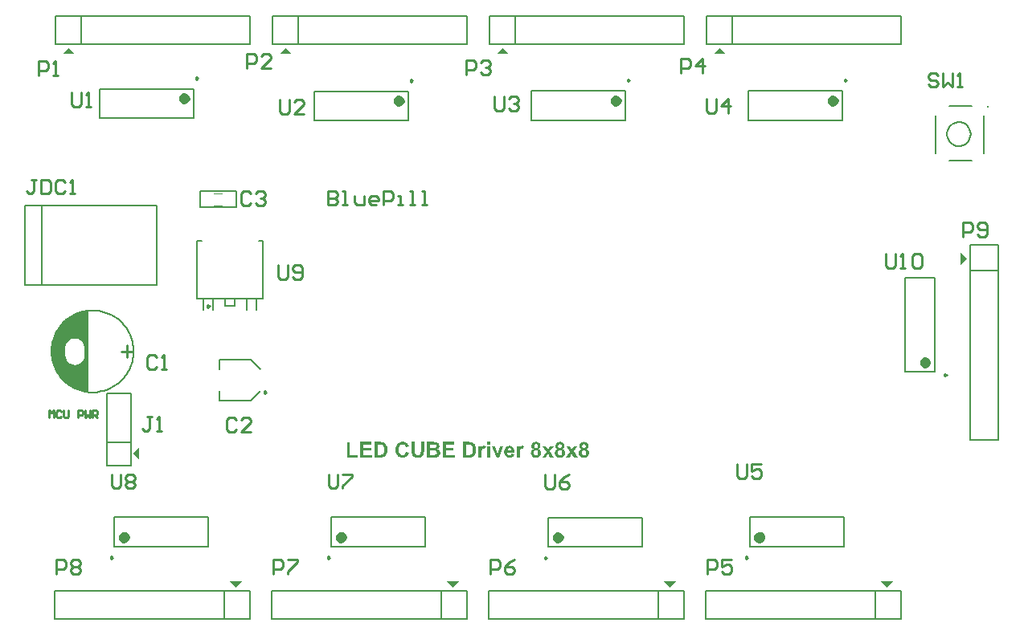
<source format=gto>
%FSTAX23Y23*%
%MOIN*%
%SFA1B1*%

%IPPOS*%
%ADD10C,0.023620*%
%ADD11C,0.009840*%
%ADD12C,0.010000*%
%ADD13C,0.007000*%
%ADD14C,0.006000*%
%ADD15C,0.007870*%
%ADD16C,0.004000*%
%ADD17C,0.005000*%
%LNled_v2-1*%
%LPD*%
G36*
X02405Y01625D02*
X0243Y0165D01*
X0238*
X02405Y01625*
G37*
G36*
X01976Y02181D02*
X02001Y02156D01*
Y02206*
X01976Y02181*
G37*
G36*
X01785Y0258D02*
X0175Y02545D01*
X01722*
X0172Y02545*
X01717Y02545*
X01714Y02547*
X01711Y02548*
X0171Y0255*
X01703Y02556*
X01702Y02557*
X01701Y02559*
X017Y02561*
X017Y02563*
X017Y02565*
X01695Y0257*
X01693Y02571*
X01692Y02574*
X0169Y02577*
X0169Y0258*
X0169Y02582*
Y02632*
X0169Y02634*
X0169Y02637*
X01692Y0264*
X01693Y02643*
X01695Y02645*
X01706Y02656*
X01707Y02657*
X01709Y02658*
X01711Y02659*
X01713Y02659*
X01715Y0266*
X01716Y02661*
X01719Y02662*
X01722Y02664*
X01725Y02664*
X01727Y02665*
X0174*
X01744Y02664*
X0175Y02663*
X01756Y0266*
X01762Y02657*
X01765Y02655*
X01776Y02643*
X01777Y02642*
X01778Y0264*
X01779Y02638*
X01779Y02636*
X0178Y02635*
X01785*
Y02775*
X0173Y02755*
X0169Y02725*
X0166Y02685*
X0164Y02625*
Y02585*
X01655Y02535*
X01685Y0249*
X0172Y0246*
X01765Y0244*
X01785Y02435*
Y0258*
G37*
G36*
X0171Y03865D02*
X01685Y0384D01*
X01735*
X0171Y03865*
G37*
G36*
X0261D02*
X02585Y0384D01*
X02635*
X0261Y03865*
G37*
G36*
X03305Y01625D02*
X0333Y0165D01*
X0328*
X03305Y01625*
G37*
G36*
X04205D02*
X0423Y0165D01*
X0418*
X04205Y01625*
G37*
G36*
X05105D02*
X0513Y0165D01*
X0508*
X05105Y01625*
G37*
G36*
X0351Y03865D02*
X03485Y0384D01*
X03535*
X0351Y03865*
G37*
G36*
X0441D02*
X04385Y0384D01*
X04435*
X0441Y03865*
G37*
G36*
X05435Y0299D02*
X0541Y03015D01*
Y02965*
X05435Y0299*
G37*
G36*
X03458Y02217D02*
X03446D01*
Y02229*
X03458*
Y02217*
G37*
G36*
X03098Y0223D02*
X03099Y0223D01*
X031Y02229*
X03101Y02229*
X03102Y02229*
X03104Y02228*
X03105Y02228*
X03107Y02227*
X03109Y02227*
X0311Y02226*
X03112Y02225*
X03113Y02224*
X03115Y02223*
X03115*
X03115Y02222*
X03115Y02222*
X03116Y02221*
X03117Y0222*
X03118Y02218*
X03119Y02216*
X03121Y02214*
X03121Y02211*
X03109Y02208*
Y02208*
X03109Y02208*
X03108Y02209*
X03108Y0221*
X03108Y02211*
X03107Y02212*
X03106Y02213*
X03105Y02215*
X03104Y02216*
X03104Y02216*
X03103Y02216*
X03102Y02217*
X03101Y02217*
X031Y02218*
X03099Y02218*
X03097Y02219*
X03095Y02219*
X03094*
X03094Y02219*
X03093Y02218*
X03093Y02218*
X03091Y02218*
X03089Y02217*
X03087Y02217*
X03086Y02216*
X03085Y02215*
X03084Y02214*
X03084Y02213*
Y02213*
X03083Y02213*
X03083Y02213*
X03083Y02213*
X03083Y02212*
X03082Y02211*
X03082Y0221*
X03081Y02209*
X03081Y02208*
X0308Y02207*
X0308Y02206*
X0308Y02204*
X0308Y02203*
X03079Y02201*
X03079Y02199*
X03079Y02197*
Y02197*
Y02196*
Y02196*
X03079Y02195*
Y02194*
X03079Y02193*
X0308Y02192*
X0308Y0219*
X0308Y02187*
X03081Y02184*
X03081Y02183*
X03082Y02182*
X03083Y02181*
X03083Y0218*
X03084Y02179*
X03084Y02179*
X03084Y02179*
X03085Y02178*
X03086Y02177*
X03088Y02176*
X0309Y02175*
X03092Y02175*
X03093Y02175*
X03095Y02174*
X03095*
X03096Y02175*
X03097Y02175*
X03098Y02175*
X03099Y02175*
X03101Y02176*
X03102Y02177*
X03104Y02178*
X03104Y02178*
X03104Y02178*
X03105Y02179*
X03106Y0218*
X03107Y02182*
X03107Y02184*
X03108Y02186*
X03109Y02188*
X03122Y02184*
Y02184*
X03121Y02184*
X03121Y02183*
X03121Y02182*
X03121Y02182*
X0312Y02181*
X0312Y02179*
X03119Y02178*
X03118Y02176*
X03116Y02173*
X03114Y02171*
X03113Y02169*
X03112Y02169*
X03112Y02168*
X03112Y02168*
X03111Y02168*
X03111Y02168*
X0311Y02167*
X03109Y02167*
X03108Y02166*
X03107Y02166*
X03106Y02165*
X03105Y02165*
X03103Y02165*
X03102Y02164*
X031Y02164*
X03099Y02164*
X03097Y02164*
X03095Y02163*
X03094*
X03094Y02164*
X03093*
X03092Y02164*
X0309Y02164*
X03089Y02164*
X03088Y02165*
X03086Y02165*
X03084Y02166*
X03082Y02166*
X03081Y02167*
X03079Y02168*
X03077Y02169*
X03076Y02171*
X03074Y02172*
X03074Y02172*
X03074Y02173*
X03073Y02173*
X03073Y02174*
X03072Y02175*
X03071Y02176*
X03071Y02177*
X0307Y02178*
X03069Y0218*
X03068Y02182*
X03068Y02184*
X03067Y02186*
X03067Y02188*
X03066Y02191*
X03066Y02193*
X03066Y02196*
Y02196*
Y02197*
X03066Y02197*
Y02199*
X03066Y022*
X03066Y02201*
X03066Y02203*
X03067Y02205*
X03067Y02207*
X03068Y02209*
X03068Y02211*
X03069Y02213*
X0307Y02215*
X03071Y02217*
X03072Y02219*
X03074Y02221*
X03074Y02221*
X03074Y02221*
X03075Y02222*
X03075Y02222*
X03076Y02223*
X03077Y02224*
X03078Y02224*
X0308Y02225*
X03081Y02226*
X03083Y02227*
X03085Y02228*
X03087Y02228*
X03089Y02229*
X03091Y02229*
X03093Y0223*
X03096Y0223*
X03097*
X03098Y0223*
G37*
G36*
X03593Y02212D02*
X03594Y02212D01*
X03596Y02211*
X03597Y02211*
X03598Y0221*
X036Y0221*
X03596Y02199*
X03596Y02199*
X03596Y02199*
X03595Y022*
X03594Y022*
X03593Y022*
X03592Y02201*
X03591Y02201*
X0359Y02201*
X0359*
X03589Y02201*
X03589Y02201*
X03588Y02201*
X03587Y022*
X03587Y022*
X03586Y02199*
X03586Y02199*
X03586Y02199*
X03585Y02199*
X03585Y02198*
X03584Y02198*
X03584Y02197*
X03583Y02196*
X03583Y02194*
Y02194*
X03583Y02194*
X03583Y02193*
Y02193*
X03583Y02193*
X03583Y02192*
X03583Y02191*
X03582Y0219*
X03582Y02189*
X03582Y02188*
Y02186*
X03582Y02185*
X03582Y02183*
Y02181*
Y02179*
Y02165*
X0357*
Y02211*
X03581*
Y02204*
X03581Y02205*
X03582Y02205*
X03582Y02206*
X03583Y02207*
X03584Y02208*
X03585Y02209*
X03586Y0221*
X03586Y0221*
X03587Y02211*
X03587Y02211*
X03587Y02211*
X03588Y02211*
X03589Y02211*
X0359Y02212*
X03591Y02212*
X03592Y02212*
X03592*
X03593Y02212*
G37*
G36*
X03434D02*
X03435Y02212D01*
X03436Y02211*
X03438Y02211*
X03439Y0221*
X03441Y0221*
X03437Y02199*
X03437Y02199*
X03436Y02199*
X03436Y022*
X03435Y022*
X03434Y022*
X03433Y02201*
X03432Y02201*
X03431Y02201*
X03431*
X0343Y02201*
X0343Y02201*
X03429Y02201*
X03428Y022*
X03427Y022*
X03427Y02199*
X03426Y02199*
X03426Y02199*
X03426Y02199*
X03426Y02198*
X03425Y02198*
X03425Y02197*
X03424Y02196*
X03424Y02194*
Y02194*
X03424Y02194*
X03424Y02193*
Y02193*
X03423Y02193*
X03423Y02192*
X03423Y02191*
X03423Y0219*
X03423Y02189*
X03423Y02188*
Y02186*
X03423Y02185*
X03423Y02183*
Y02181*
Y02179*
Y02165*
X0341*
Y02211*
X03422*
Y02204*
X03422Y02205*
X03422Y02205*
X03423Y02206*
X03424Y02207*
X03424Y02208*
X03425Y02209*
X03426Y0221*
X03427Y0221*
X03427Y02211*
X03428Y02211*
X03428Y02211*
X03429Y02211*
X0343Y02211*
X0343Y02212*
X03431Y02212*
X03432Y02212*
X03433*
X03434Y02212*
G37*
G36*
X03805Y02189D02*
X03822Y02165D01*
X03807*
X03797Y02179*
X03788Y02165*
X03773*
X0379Y02188*
X03774Y02211*
X03789*
X03797Y02198*
X03806Y02211*
X0382*
X03805Y02189*
G37*
G36*
X03705D02*
X03722Y02165D01*
X03707*
X03698Y02179*
X03688Y02165*
X03674*
X03691Y02188*
X03675Y02211*
X0369*
X03698Y02198*
X03707Y02211*
X03721*
X03705Y02189*
G37*
G36*
X03495Y02165D02*
X03484D01*
X03465Y02211*
X03478*
X03487Y02187*
X03489Y02179*
Y02179*
X03489Y0218*
X03489Y0218*
X0349Y02181*
X0349Y02182*
X0349Y02183*
X0349Y02183*
Y02183*
X0349Y02184*
X03491Y02184*
X03491Y02185*
X03491Y02186*
X03492Y02187*
X035Y02211*
X03513*
X03495Y02165*
G37*
G36*
X03184Y02195D02*
Y02195D01*
Y02194*
Y02194*
Y02193*
Y02192*
X03184Y02191*
Y0219*
Y02189*
X03183Y02186*
X03183Y02183*
X03183Y02182*
X03183Y02181*
X03183Y0218*
X03183Y02179*
Y02178*
Y02178*
X03182Y02178*
X03182Y02177*
X03182Y02176*
X03181Y02174*
X03181Y02173*
X0318Y02172*
X03179Y0217*
X03179Y0217*
X03178Y0217*
X03178Y02169*
X03177Y02169*
X03176Y02168*
X03174Y02167*
X03173Y02166*
X03171Y02165*
X03171*
X03171Y02165*
X03171Y02165*
X0317Y02165*
X0317Y02165*
X03169Y02165*
X03168Y02164*
X03166Y02164*
X03164Y02164*
X03162Y02163*
X03159Y02163*
X03157*
X03157Y02163*
X03156*
X03154Y02164*
X03151Y02164*
X03149Y02164*
X03147Y02165*
X03146Y02165*
X03145Y02165*
X03145*
X03145Y02165*
X03144Y02166*
X03143Y02166*
X03142Y02167*
X03141Y02168*
X0314Y02169*
X03139Y0217*
X03137Y02171*
X03137Y02171*
X03137Y02172*
X03137Y02172*
X03136Y02173*
X03135Y02174*
X03135Y02175*
X03134Y02177*
X03134Y02178*
Y02178*
Y02178*
X03134Y02179*
X03134Y02179*
X03134Y0218*
X03133Y0218*
X03133Y02181*
X03133Y02182*
X03133Y02183*
X03133Y02184*
X03133Y02186*
X03133Y02187*
X03133Y02189*
Y02191*
X03133Y02192*
Y02194*
Y02229*
X03146*
Y02194*
Y02194*
Y02193*
Y02193*
Y02192*
Y02192*
Y02191*
X03146Y02189*
Y02188*
X03146Y02186*
X03146Y02184*
Y02184*
X03146Y02183*
Y02183*
X03146Y02182*
X03147Y02182*
X03147Y02181*
X03147Y0218*
X03148Y02179*
X03149Y02178*
X0315Y02177*
X0315Y02177*
X03151Y02176*
X03151Y02176*
X03152Y02176*
X03153Y02175*
X03155Y02175*
X03157Y02174*
X03158Y02174*
X03159*
X0316Y02174*
X03162Y02175*
X03163Y02175*
X03164Y02175*
X03166Y02176*
X03167Y02177*
X03167Y02177*
X03167Y02177*
X03168Y02177*
X03168Y02178*
X03169Y02179*
X03169Y0218*
X0317Y02181*
X0317Y02182*
Y02182*
X0317Y02183*
X0317Y02184*
X0317Y02185*
X0317Y02186*
X03171Y02188*
Y02189*
X03171Y0219*
Y02192*
Y02193*
Y02229*
X03184*
Y02195*
G37*
G36*
X03458Y02165D02*
X03446D01*
Y02211*
X03458*
Y02165*
G37*
G36*
X03373Y02229D02*
X03375Y02228D01*
X03377Y02228*
X03379Y02228*
X03381Y02228*
X03382Y02227*
X03382*
X03383Y02227*
X03383Y02227*
X03383Y02227*
X03384Y02227*
X03386Y02226*
X03387Y02225*
X03389Y02224*
X0339Y02223*
X03392Y02221*
X03392*
X03392Y02221*
X03393Y02221*
X03393Y0222*
X03394Y02219*
X03395Y02217*
X03396Y02215*
X03397Y02213*
X03398Y02211*
Y02211*
X03398Y02211*
X03398Y0221*
X03398Y0221*
X03398Y02209*
X03399Y02209*
X03399Y02208*
X03399Y02207*
X03399Y02206*
X03399Y02205*
X034Y02202*
X034Y02199*
X034Y02196*
Y02196*
Y02196*
Y02195*
Y02195*
X034Y02194*
Y02193*
X034Y02191*
X034Y02189*
X03399Y02187*
X03399Y02185*
X03398Y02182*
Y02182*
X03398Y02182*
X03398Y02182*
X03398Y02181*
X03397Y02181*
X03397Y0218*
X03396Y02178*
X03395Y02176*
X03394Y02175*
X03393Y02173*
X03391Y02171*
X03391Y02171*
X03391Y0217*
X0339Y0217*
X03389Y02169*
X03388Y02168*
X03386Y02167*
X03384Y02167*
X03382Y02166*
X03382Y02166*
X03381Y02166*
X03381Y02165*
X03379Y02165*
X03378Y02165*
X03376Y02165*
X03373Y02165*
X03371Y02165*
X03347*
Y02229*
X03372*
X03373Y02229*
G37*
G36*
X03309Y02218D02*
X03275D01*
Y02204*
X03307*
Y02193*
X03275*
Y02175*
X03311*
Y02165*
X03262*
Y02229*
X03309*
Y02218*
G37*
G36*
X03227Y02229D02*
X03229Y02228D01*
X03231Y02228*
X03233Y02228*
X03234Y02228*
X03234*
X03235Y02228*
X03236Y02228*
X03236Y02227*
X03238Y02227*
X03239Y02227*
X0324Y02226*
X03241Y02225*
X03241Y02225*
X03241Y02225*
X03242Y02225*
X03243Y02224*
X03243Y02223*
X03244Y02222*
X03245Y02221*
X03246Y0222*
X03246Y0222*
X03246Y02219*
X03247Y02219*
X03247Y02218*
X03247Y02217*
X03248Y02215*
X03248Y02214*
X03248Y02212*
Y02212*
Y02212*
X03248Y02211*
X03248Y0221*
X03247Y02208*
X03247Y02207*
X03246Y02206*
X03245Y02204*
X03245Y02204*
X03245Y02204*
X03244Y02203*
X03244Y02202*
X03243Y02201*
X03242Y022*
X0324Y02199*
X03239Y02199*
X03239*
X03239Y02198*
X03239Y02198*
X0324Y02198*
X03241Y02198*
X03242Y02197*
X03244Y02196*
X03245Y02195*
X03247Y02194*
X03248Y02193*
X03248Y02193*
X03248Y02192*
X03249Y02191*
X03249Y0219*
X0325Y02189*
X03251Y02187*
X03251Y02185*
X03251Y02183*
Y02183*
Y02182*
X03251Y02181*
X03251Y0218*
X03251Y02179*
X0325Y02178*
X0325Y02176*
X03249Y02175*
X03249Y02174*
X03249Y02174*
X03248Y02173*
X03247Y02172*
X03247Y02171*
X03246Y0217*
X03245Y02169*
X03243Y02168*
X03243Y02168*
X03243Y02168*
X03242Y02167*
X03241Y02167*
X0324Y02166*
X03238Y02166*
X03237Y02165*
X03235Y02165*
X03234*
X03234Y02165*
X03233*
X03232Y02165*
X03231*
X03229Y02165*
X03227*
X03225Y02165*
X03197*
Y02229*
X03226*
X03227Y02229*
G37*
G36*
X03005D02*
X03007Y02228D01*
X03009Y02228*
X03011Y02228*
X03013Y02228*
X03014Y02227*
X03014*
X03015Y02227*
X03015Y02227*
X03015Y02227*
X03016Y02227*
X03018Y02226*
X03019Y02225*
X03021Y02224*
X03022Y02223*
X03024Y02221*
X03024*
X03024Y02221*
X03025Y02221*
X03025Y0222*
X03026Y02219*
X03027Y02217*
X03028Y02215*
X03029Y02213*
X0303Y02211*
Y02211*
X0303Y02211*
X0303Y0221*
X0303Y0221*
X03031Y02209*
X03031Y02209*
X03031Y02208*
X03031Y02207*
X03031Y02206*
X03031Y02205*
X03032Y02202*
X03032Y02199*
X03032Y02196*
Y02196*
Y02196*
Y02195*
Y02195*
X03032Y02194*
Y02193*
X03032Y02191*
X03032Y02189*
X03031Y02187*
X03031Y02185*
X0303Y02182*
Y02182*
X0303Y02182*
X0303Y02182*
X0303Y02181*
X03029Y02181*
X03029Y0218*
X03028Y02178*
X03027Y02176*
X03026Y02175*
X03025Y02173*
X03023Y02171*
X03023Y02171*
X03023Y0217*
X03022Y0217*
X03021Y02169*
X0302Y02168*
X03018Y02167*
X03016Y02167*
X03014Y02166*
X03014Y02166*
X03013Y02166*
X03013Y02165*
X03011Y02165*
X0301Y02165*
X03008Y02165*
X03005Y02165*
X03003Y02165*
X02979*
Y02229*
X03004*
X03005Y02229*
G37*
G36*
X02966Y02218D02*
X02932D01*
Y02204*
X02964*
Y02193*
X02932*
Y02175*
X02968*
Y02165*
X02919*
Y02229*
X02966*
Y02218*
G37*
G36*
X02877Y02175D02*
X0291D01*
Y02165*
X02865*
Y02228*
X02877*
Y02175*
G37*
G36*
X03849Y02229D02*
X03849D01*
X0385Y02229*
X03851Y02228*
X03852Y02228*
X03855Y02228*
X03857Y02227*
X03859Y02226*
X0386Y02225*
X03861Y02224*
X03861Y02224*
X03862Y02224*
X03862Y02224*
X03862Y02223*
X03863Y02222*
X03864Y02221*
X03865Y02219*
X03866Y02217*
X03866Y02215*
X03866Y02214*
X03866Y02212*
Y02212*
Y02211*
X03866Y02211*
X03866Y0221*
X03866Y02208*
X03865Y02207*
X03865Y02206*
X03864Y02204*
X03864Y02204*
X03864Y02204*
X03863Y02203*
X03862Y02202*
X03861Y02201*
X0386Y02201*
X03859Y022*
X03858Y02199*
X03858*
X03858Y02199*
X03858Y02199*
X03858Y02199*
X03859Y02198*
X03861Y02197*
X03862Y02197*
X03863Y02196*
X03865Y02194*
X03866Y02193*
X03866Y02193*
X03866Y02192*
X03867Y02191*
X03867Y0219*
X03868Y02189*
X03868Y02187*
X03868Y02185*
X03869Y02183*
Y02183*
Y02183*
Y02182*
X03868Y02182*
X03868Y02181*
X03868Y0218*
X03868Y02179*
X03868Y02178*
X03867Y02176*
X03867Y02175*
X03866Y02173*
X03865Y02172*
X03865Y02171*
X03864Y0217*
X03863Y02169*
X03863Y02169*
X03862Y02169*
X03862Y02168*
X03862Y02168*
X03861Y02168*
X03861Y02167*
X0386Y02167*
X03859Y02166*
X03858Y02166*
X03857Y02165*
X03855Y02165*
X03854Y02164*
X03853Y02164*
X03851Y02164*
X03849Y02163*
X03848Y02163*
X03847*
X03846Y02163*
X03845*
X03845Y02164*
X03844Y02164*
X03843Y02164*
X0384Y02165*
X03838Y02165*
X03835Y02166*
X03834Y02167*
X03833Y02168*
X03833Y02168*
X03833Y02168*
X03833Y02169*
X03832Y02169*
X03832Y02169*
X03831Y0217*
X0383Y02171*
X0383Y02172*
X03829Y02173*
X03828Y02174*
X03828Y02175*
X03827Y02176*
X03827Y02178*
X03827Y02179*
X03826Y02181*
X03826Y02183*
Y02183*
Y02183*
Y02183*
Y02184*
X03826Y02185*
X03827Y02186*
X03827Y02187*
X03827Y02189*
X03828Y02191*
X03829Y02192*
Y02192*
X03829Y02193*
X03829Y02193*
X0383Y02194*
X03831Y02195*
X03832Y02196*
X03833Y02197*
X03835Y02198*
X03837Y02199*
X03837*
X03837Y02199*
X03836Y02199*
X03835Y022*
X03834Y02201*
X03833Y02201*
X03832Y02202*
X03831Y02203*
X0383Y02205*
X0383Y02205*
X0383Y02205*
X03829Y02206*
X03829Y02207*
X03829Y02208*
X03828Y02209*
X03828Y02211*
X03828Y02212*
Y02212*
Y02213*
Y02213*
X03828Y02213*
X03828Y02214*
X03828Y02215*
X03829Y02216*
X03829Y02218*
X0383Y0222*
X03831Y02221*
X03831Y02222*
X03832Y02223*
X03833Y02224*
X03833Y02224*
X03833Y02224*
X03833Y02225*
X03834Y02225*
X03834Y02225*
X03835Y02226*
X03836Y02226*
X03837Y02226*
X03838Y02227*
X03839Y02227*
X0384Y02228*
X03841Y02228*
X03842Y02228*
X03844Y02229*
X03846Y02229*
X03847Y02229*
X03848*
X03849Y02229*
G37*
G36*
X03749D02*
X0375D01*
X03751Y02229*
X03752Y02228*
X03753Y02228*
X03755Y02228*
X03757Y02227*
X0376Y02226*
X03761Y02225*
X03762Y02224*
X03762Y02224*
X03762Y02224*
X03762Y02224*
X03763Y02223*
X03763Y02222*
X03764Y02221*
X03765Y02219*
X03766Y02217*
X03767Y02215*
X03767Y02214*
X03767Y02212*
Y02212*
Y02211*
X03767Y02211*
X03767Y0221*
X03766Y02208*
X03766Y02207*
X03765Y02206*
X03765Y02204*
X03764Y02204*
X03764Y02204*
X03764Y02203*
X03763Y02202*
X03762Y02201*
X03761Y02201*
X03759Y022*
X03758Y02199*
X03758*
X03758Y02199*
X03759Y02199*
X03759Y02199*
X0376Y02198*
X03761Y02197*
X03762Y02197*
X03764Y02196*
X03765Y02194*
X03766Y02193*
X03766Y02193*
X03767Y02192*
X03767Y02191*
X03768Y0219*
X03768Y02189*
X03769Y02187*
X03769Y02185*
X03769Y02183*
Y02183*
Y02183*
Y02182*
X03769Y02182*
X03769Y02181*
X03769Y0218*
X03768Y02179*
X03768Y02178*
X03768Y02176*
X03767Y02175*
X03767Y02173*
X03766Y02172*
X03765Y02171*
X03764Y0217*
X03763Y02169*
X03763Y02169*
X03763Y02169*
X03763Y02168*
X03762Y02168*
X03762Y02168*
X03761Y02167*
X0376Y02167*
X03759Y02166*
X03758Y02166*
X03757Y02165*
X03756Y02165*
X03755Y02164*
X03753Y02164*
X03751Y02164*
X0375Y02163*
X03748Y02163*
X03747*
X03747Y02163*
X03746*
X03745Y02164*
X03744Y02164*
X03743Y02164*
X03741Y02165*
X03738Y02165*
X03736Y02166*
X03735Y02167*
X03734Y02168*
X03734Y02168*
X03733Y02168*
X03733Y02169*
X03733Y02169*
X03732Y02169*
X03731Y0217*
X03731Y02171*
X0373Y02172*
X0373Y02173*
X03729Y02174*
X03728Y02175*
X03728Y02176*
X03727Y02178*
X03727Y02179*
X03727Y02181*
X03727Y02183*
Y02183*
Y02183*
Y02183*
Y02184*
X03727Y02185*
X03727Y02186*
X03727Y02187*
X03728Y02189*
X03728Y02191*
X03729Y02192*
Y02192*
X03729Y02193*
X0373Y02193*
X0373Y02194*
X03731Y02195*
X03732Y02196*
X03734Y02197*
X03735Y02198*
X03737Y02199*
X03737*
X03737Y02199*
X03737Y02199*
X03736Y022*
X03735Y02201*
X03734Y02201*
X03733Y02202*
X03731Y02203*
X03731Y02205*
X03731Y02205*
X0373Y02205*
X0373Y02206*
X0373Y02207*
X03729Y02208*
X03729Y02209*
X03729Y02211*
X03728Y02212*
Y02212*
Y02213*
Y02213*
X03729Y02213*
X03729Y02214*
X03729Y02215*
X03729Y02216*
X0373Y02218*
X03731Y0222*
X03731Y02221*
X03732Y02222*
X03733Y02223*
X03733Y02224*
X03734Y02224*
X03734Y02224*
X03734Y02225*
X03734Y02225*
X03735Y02225*
X03735Y02226*
X03736Y02226*
X03737Y02226*
X03738Y02227*
X03739Y02227*
X0374Y02228*
X03742Y02228*
X03743Y02228*
X03744Y02229*
X03746Y02229*
X03748Y02229*
X03749*
X03749Y02229*
G37*
G36*
X0365D02*
X0365D01*
X03651Y02229*
X03652Y02228*
X03653Y02228*
X03656Y02228*
X03658Y02227*
X0366Y02226*
X03661Y02225*
X03662Y02224*
X03662Y02224*
X03662Y02224*
X03663Y02224*
X03663Y02223*
X03664Y02222*
X03665Y02221*
X03666Y02219*
X03667Y02217*
X03667Y02215*
X03667Y02214*
X03667Y02212*
Y02212*
Y02211*
X03667Y02211*
X03667Y0221*
X03667Y02208*
X03666Y02207*
X03666Y02206*
X03665Y02204*
X03665Y02204*
X03665Y02204*
X03664Y02203*
X03663Y02202*
X03662Y02201*
X03661Y02201*
X0366Y022*
X03658Y02199*
X03659*
X03659Y02199*
X03659Y02199*
X03659Y02199*
X0366Y02198*
X03662Y02197*
X03663Y02197*
X03664Y02196*
X03665Y02194*
X03667Y02193*
X03667Y02193*
X03667Y02192*
X03667Y02191*
X03668Y0219*
X03669Y02189*
X03669Y02187*
X03669Y02185*
X03669Y02183*
Y02183*
Y02183*
Y02182*
X03669Y02182*
X03669Y02181*
X03669Y0218*
X03669Y02179*
X03669Y02178*
X03668Y02176*
X03668Y02175*
X03667Y02173*
X03666Y02172*
X03666Y02171*
X03665Y0217*
X03664Y02169*
X03664Y02169*
X03663Y02169*
X03663Y02168*
X03663Y02168*
X03662Y02168*
X03661Y02167*
X03661Y02167*
X0366Y02166*
X03659Y02166*
X03658Y02165*
X03656Y02165*
X03655Y02164*
X03654Y02164*
X03652Y02164*
X0365Y02163*
X03649Y02163*
X03648*
X03647Y02163*
X03646*
X03645Y02164*
X03645Y02164*
X03644Y02164*
X03641Y02165*
X03639Y02165*
X03636Y02166*
X03635Y02167*
X03634Y02168*
X03634Y02168*
X03634Y02168*
X03633Y02169*
X03633Y02169*
X03633Y02169*
X03632Y0217*
X03631Y02171*
X03631Y02172*
X0363Y02173*
X03629Y02174*
X03629Y02175*
X03628Y02176*
X03628Y02178*
X03628Y02179*
X03627Y02181*
X03627Y02183*
Y02183*
Y02183*
Y02183*
Y02184*
X03627Y02185*
X03628Y02186*
X03628Y02187*
X03628Y02189*
X03629Y02191*
X0363Y02192*
Y02192*
X0363Y02193*
X0363Y02193*
X03631Y02194*
X03632Y02195*
X03633Y02196*
X03634Y02197*
X03636Y02198*
X03638Y02199*
X03638*
X03638Y02199*
X03637Y02199*
X03636Y022*
X03635Y02201*
X03634Y02201*
X03633Y02202*
X03632Y02203*
X03631Y02205*
X03631Y02205*
X03631Y02205*
X0363Y02206*
X0363Y02207*
X0363Y02208*
X03629Y02209*
X03629Y02211*
X03629Y02212*
Y02212*
Y02213*
Y02213*
X03629Y02213*
X03629Y02214*
X03629Y02215*
X03629Y02216*
X0363Y02218*
X03631Y0222*
X03632Y02221*
X03632Y02222*
X03633Y02223*
X03634Y02224*
X03634Y02224*
X03634Y02224*
X03634Y02225*
X03635Y02225*
X03635Y02225*
X03636Y02226*
X03637Y02226*
X03637Y02226*
X03638Y02227*
X0364Y02227*
X03641Y02228*
X03642Y02228*
X03643Y02228*
X03645Y02229*
X03646Y02229*
X03648Y02229*
X03649*
X0365Y02229*
G37*
G36*
X0354Y02212D02*
X03541Y02212D01*
X03542Y02212*
X03543Y02211*
X03544Y02211*
X03545Y02211*
X03547Y0221*
X03548Y0221*
X03549Y02209*
X03551Y02208*
X03552Y02207*
X03553Y02206*
X03555Y02205*
X03555Y02205*
X03555Y02205*
X03555Y02204*
X03556Y02204*
X03556Y02203*
X03556Y02202*
X03557Y02201*
X03557Y022*
X03558Y02198*
X03559Y02197*
X03559Y02195*
X0356Y02193*
X0356Y02191*
X0356Y02189*
X0356Y02187*
Y02184*
X0353*
Y02184*
Y02184*
Y02184*
X0353Y02183*
X0353Y02182*
X0353Y02181*
X0353Y0218*
X03531Y02178*
X03532Y02177*
X03532Y02176*
X03533Y02175*
X03533Y02175*
X03534Y02175*
X03534Y02174*
X03535Y02173*
X03537Y02173*
X03538Y02173*
X0354Y02173*
X0354*
X03541Y02173*
X03541Y02173*
X03542Y02173*
X03543Y02173*
X03544Y02174*
X03544Y02174*
X03544Y02174*
X03545Y02174*
X03545Y02175*
X03545Y02175*
X03546Y02176*
X03547Y02177*
X03547Y02178*
X03547Y02179*
X0356Y02177*
Y02177*
X0356Y02177*
X03559Y02176*
X03559Y02176*
X03559Y02175*
X03559Y02175*
X03558Y02173*
X03557Y02172*
X03555Y0217*
X03554Y02168*
X03552Y02167*
X03552*
X03552Y02167*
X03552Y02167*
X03551Y02166*
X03551Y02166*
X0355Y02166*
X03549Y02165*
X03547Y02164*
X03545Y02164*
X03542Y02164*
X03539Y02163*
X03539*
X03538Y02163*
X03537*
X03536Y02164*
X03535Y02164*
X03534Y02164*
X03533Y02164*
X03531Y02165*
X0353Y02165*
X03528Y02166*
X03527Y02167*
X03525Y02168*
X03524Y02169*
X03523Y0217*
X03521Y02171*
Y02171*
X03521Y02172*
X03521Y02172*
X03521Y02172*
X0352Y02173*
X0352Y02174*
X0352Y02175*
X03519Y02176*
X03519Y02177*
X03518Y02178*
X03518Y02179*
X03518Y02181*
X03517Y02184*
X03517Y02185*
X03517Y02187*
Y02187*
Y02188*
Y02188*
X03517Y02189*
X03517Y0219*
X03517Y02191*
X03517Y02193*
X03518Y02194*
X03518Y02197*
X03519Y02198*
X03519Y022*
X0352Y02201*
X03521Y02203*
X03522Y02204*
X03523Y02205*
X03523Y02205*
X03523Y02206*
X03523Y02206*
X03524Y02206*
X03525Y02207*
X03525Y02207*
X03526Y02208*
X03527Y02209*
X03528Y02209*
X03529Y0221*
X03531Y0221*
X03532Y02211*
X03533Y02211*
X03535Y02212*
X03536Y02212*
X03538Y02212*
X03539*
X0354Y02212*
G37*
%LNled_v2-2*%
%LPC*%
G36*
X03368Y02218D02*
X0336D01*
Y02175*
X03371*
X03372Y02175*
X03373*
X03375Y02176*
X03376Y02176*
X03377Y02176*
X03377*
X03377Y02176*
X03378Y02176*
X03379Y02177*
X0338Y02177*
X03381Y02178*
X03382Y02179*
X03382Y02179*
X03382Y02179*
X03383Y02179*
X03383Y0218*
X03384Y02181*
X03384Y02182*
X03385Y02183*
X03385Y02185*
Y02185*
X03385Y02185*
Y02185*
X03386Y02185*
X03386Y02186*
X03386Y02188*
X03386Y02189*
X03387Y02192*
X03387Y02194*
X03387Y02197*
Y02197*
Y02197*
Y02197*
Y02198*
Y02198*
X03387Y02199*
X03387Y02201*
X03386Y02203*
X03386Y02204*
X03386Y02206*
X03385Y02208*
X03385Y02208*
X03385Y02209*
X03385Y02209*
X03385Y0221*
X03384Y02211*
X03383Y02212*
X03383Y02213*
X03382Y02214*
X03382Y02214*
X03381Y02214*
X03381Y02215*
X0338Y02215*
X03379Y02216*
X03378Y02216*
X03377Y02217*
X03376Y02217*
X03376*
X03375Y02217*
X03375Y02217*
X03373Y02218*
X03373*
X03372Y02218*
X03371*
X0337Y02218*
X03369*
X03368Y02218*
G37*
G36*
X03223Y02218D02*
X0321D01*
Y02203*
X03223*
X03224Y02203*
X03227*
X03228Y02203*
X03228*
X03229Y02203*
X03229Y02204*
X0323Y02204*
X03231Y02204*
X03232Y02204*
X03233Y02205*
X03233Y02206*
X03233Y02206*
X03234Y02206*
X03234Y02206*
X03234Y02207*
X03235Y02208*
X03235Y02209*
X03235Y0221*
X03235Y02211*
Y02211*
Y02211*
X03235Y02212*
X03235Y02212*
X03235Y02213*
X03235Y02214*
X03234Y02215*
X03234Y02215*
X03234Y02216*
X03233Y02216*
X03233Y02216*
X03232Y02216*
X03232Y02217*
X03231Y02217*
X0323Y02218*
X03229Y02218*
X03229*
X03228Y02218*
X03227*
X03227Y02218*
X03224*
X03223Y02218*
G37*
G36*
X03224Y02193D02*
X0321D01*
Y02175*
X03225*
X03226Y02175*
X03227*
X03229Y02176*
X0323Y02176*
X03231*
X03231Y02176*
X03231*
X03232Y02176*
X03232Y02176*
X03233Y02176*
X03233Y02177*
X03234Y02177*
X03235Y02178*
X03236Y02178*
X03236Y02178*
X03236Y02179*
X03236Y02179*
X03237Y0218*
X03237Y02181*
X03237Y02181*
X03238Y02183*
X03238Y02184*
Y02184*
Y02184*
X03238Y02185*
X03237Y02185*
X03237Y02186*
X03237Y02187*
X03237Y02188*
X03236Y02189*
X03236Y02189*
X03236Y02189*
X03236Y02189*
X03235Y0219*
X03235Y0219*
X03234Y02191*
X03233Y02191*
X03232Y02192*
X03232*
X03232Y02192*
X03231Y02192*
X0323Y02192*
X0323Y02192*
X03229Y02192*
X03228Y02192*
X03227Y02192*
X03226*
X03225Y02192*
X03224Y02193*
G37*
G36*
X03Y02218D02*
X02992D01*
Y02175*
X03003*
X03004Y02175*
X03005*
X03007Y02176*
X03008Y02176*
X03009Y02176*
X03009*
X03009Y02176*
X0301Y02176*
X03011Y02177*
X03012Y02177*
X03013Y02178*
X03014Y02179*
X03014Y02179*
X03015Y02179*
X03015Y02179*
X03015Y0218*
X03016Y02181*
X03016Y02182*
X03017Y02183*
X03017Y02185*
Y02185*
X03018Y02185*
Y02185*
X03018Y02185*
X03018Y02186*
X03018Y02188*
X03018Y02189*
X03019Y02192*
X03019Y02194*
X03019Y02197*
Y02197*
Y02197*
Y02197*
Y02198*
Y02198*
X03019Y02199*
X03019Y02201*
X03019Y02203*
X03018Y02204*
X03018Y02206*
X03017Y02208*
X03017Y02208*
X03017Y02209*
X03017Y02209*
X03017Y0221*
X03016Y02211*
X03015Y02212*
X03015Y02213*
X03014Y02214*
X03014Y02214*
X03013Y02214*
X03013Y02215*
X03012Y02215*
X03011Y02216*
X0301Y02216*
X03009Y02217*
X03008Y02217*
X03008*
X03007Y02217*
X03007Y02217*
X03006Y02218*
X03005*
X03004Y02218*
X03003*
X03002Y02218*
X03001*
X03Y02218*
G37*
G36*
X03847Y02219D02*
X03847D01*
X03846Y02219*
X03845Y02219*
X03844Y02219*
X03843Y02218*
X03843Y02218*
X03842Y02217*
X03842Y02217*
X03841Y02217*
X03841Y02216*
X03841Y02215*
X0384Y02215*
X0384Y02214*
X0384Y02213*
X0384Y02211*
Y02211*
Y02211*
X0384Y0221*
X0384Y02209*
X0384Y02208*
X03841Y02207*
X03841Y02207*
X03842Y02206*
X03842Y02206*
X03842Y02205*
X03843Y02205*
X03843Y02205*
X03844Y02204*
X03845Y02204*
X03846Y02204*
X03847Y02204*
X03848*
X03848Y02204*
X03849Y02204*
X0385Y02204*
X03851Y02205*
X03852Y02205*
X03853Y02206*
X03853Y02206*
X03853Y02206*
X03853Y02207*
X03854Y02207*
X03854Y02208*
X03855Y02209*
X03855Y0221*
X03855Y02211*
Y02212*
Y02212*
X03855Y02213*
X03855Y02213*
X03854Y02214*
X03854Y02215*
X03853Y02216*
X03853Y02217*
X03853Y02217*
X03852Y02217*
X03852Y02218*
X03851Y02218*
X03851Y02218*
X0385Y02219*
X03849Y02219*
X03847Y02219*
G37*
G36*
Y02194D02*
X03847D01*
X03846Y02194*
X03845Y02193*
X03844Y02193*
X03843Y02193*
X03842Y02192*
X03841Y02191*
X03841Y02191*
X0384Y0219*
X0384Y0219*
X0384Y02189*
X03839Y02188*
X03839Y02187*
X03839Y02185*
X03838Y02184*
Y02184*
Y02184*
Y02183*
X03839Y02182*
X03839Y02181*
X03839Y0218*
X0384Y02178*
X0384Y02177*
X03841Y02176*
X03841Y02176*
X03841Y02176*
X03842Y02175*
X03843Y02175*
X03844Y02174*
X03845Y02174*
X03846Y02173*
X03848Y02173*
X03848*
X03849Y02173*
X0385Y02174*
X03851Y02174*
X03852Y02174*
X03853Y02175*
X03854Y02176*
X03854Y02176*
X03854Y02176*
X03855Y02177*
X03855Y02178*
X03856Y02179*
X03856Y0218*
X03856Y02182*
X03856Y02184*
Y02184*
Y02184*
Y02185*
X03856Y02185*
X03856Y02186*
X03856Y02188*
X03855Y02189*
X03855Y0219*
X03854Y02191*
X03854Y02191*
X03853Y02192*
X03853Y02192*
X03852Y02193*
X03851Y02193*
X0385Y02193*
X03849Y02194*
X03847Y02194*
G37*
G36*
X03748Y02219D02*
X03747D01*
X03747Y02219*
X03746Y02219*
X03745Y02219*
X03744Y02218*
X03743Y02218*
X03742Y02217*
X03742Y02217*
X03742Y02217*
X03741Y02216*
X03741Y02215*
X03741Y02215*
X0374Y02214*
X0374Y02213*
X0374Y02211*
Y02211*
Y02211*
X0374Y0221*
X0374Y02209*
X03741Y02208*
X03741Y02207*
X03741Y02207*
X03742Y02206*
X03742Y02206*
X03743Y02205*
X03743Y02205*
X03744Y02205*
X03744Y02204*
X03745Y02204*
X03746Y02204*
X03748Y02204*
X03748*
X03749Y02204*
X0375Y02204*
X03751Y02204*
X03751Y02205*
X03752Y02205*
X03753Y02206*
X03753Y02206*
X03754Y02206*
X03754Y02207*
X03754Y02207*
X03755Y02208*
X03755Y02209*
X03755Y0221*
X03755Y02211*
Y02212*
Y02212*
X03755Y02213*
X03755Y02213*
X03755Y02214*
X03755Y02215*
X03754Y02216*
X03753Y02217*
X03753Y02217*
X03753Y02217*
X03752Y02218*
X03752Y02218*
X03751Y02218*
X0375Y02219*
X03749Y02219*
X03748Y02219*
G37*
G36*
Y02194D02*
X03747D01*
X03746Y02194*
X03745Y02193*
X03744Y02193*
X03743Y02193*
X03742Y02192*
X03741Y02191*
X03741Y02191*
X03741Y0219*
X0374Y0219*
X0374Y02189*
X0374Y02188*
X03739Y02187*
X03739Y02185*
X03739Y02184*
Y02184*
Y02184*
Y02183*
X03739Y02182*
X03739Y02181*
X03739Y0218*
X0374Y02178*
X03741Y02177*
X03741Y02176*
X03742Y02176*
X03742Y02176*
X03743Y02175*
X03743Y02175*
X03744Y02174*
X03745Y02174*
X03747Y02173*
X03748Y02173*
X03749*
X03749Y02173*
X0375Y02174*
X03751Y02174*
X03752Y02174*
X03753Y02175*
X03754Y02176*
X03754Y02176*
X03755Y02176*
X03755Y02177*
X03756Y02178*
X03756Y02179*
X03756Y0218*
X03757Y02182*
X03757Y02184*
Y02184*
Y02184*
Y02185*
X03757Y02185*
X03757Y02186*
X03756Y02188*
X03756Y02189*
X03755Y0219*
X03754Y02191*
X03754Y02191*
X03754Y02192*
X03753Y02192*
X03752Y02193*
X03751Y02193*
X0375Y02193*
X03749Y02194*
X03748Y02194*
G37*
G36*
X03648Y02219D02*
X03648D01*
X03647Y02219*
X03646Y02219*
X03645Y02219*
X03644Y02218*
X03643Y02218*
X03643Y02217*
X03642Y02217*
X03642Y02217*
X03642Y02216*
X03642Y02215*
X03641Y02215*
X03641Y02214*
X03641Y02213*
X03641Y02211*
Y02211*
Y02211*
X03641Y0221*
X03641Y02209*
X03641Y02208*
X03641Y02207*
X03642Y02207*
X03643Y02206*
X03643Y02206*
X03643Y02205*
X03643Y02205*
X03644Y02205*
X03645Y02204*
X03646Y02204*
X03647Y02204*
X03648Y02204*
X03649*
X03649Y02204*
X0365Y02204*
X03651Y02204*
X03652Y02205*
X03653Y02205*
X03654Y02206*
X03654Y02206*
X03654Y02206*
X03654Y02207*
X03655Y02207*
X03655Y02208*
X03656Y02209*
X03656Y0221*
X03656Y02211*
Y02212*
Y02212*
X03656Y02213*
X03656Y02213*
X03655Y02214*
X03655Y02215*
X03654Y02216*
X03654Y02217*
X03654Y02217*
X03653Y02217*
X03653Y02218*
X03652Y02218*
X03651Y02218*
X03651Y02219*
X03649Y02219*
X03648Y02219*
G37*
G36*
Y02194D02*
X03647D01*
X03647Y02194*
X03646Y02193*
X03645Y02193*
X03644Y02193*
X03642Y02192*
X03641Y02191*
X03641Y02191*
X03641Y0219*
X03641Y0219*
X0364Y02189*
X0364Y02188*
X0364Y02187*
X03639Y02185*
X03639Y02184*
Y02184*
Y02184*
Y02183*
X03639Y02182*
X0364Y02181*
X0364Y0218*
X0364Y02178*
X03641Y02177*
X03642Y02176*
X03642Y02176*
X03642Y02176*
X03643Y02175*
X03644Y02175*
X03645Y02174*
X03646Y02174*
X03647Y02173*
X03648Y02173*
X03649*
X0365Y02173*
X03651Y02174*
X03652Y02174*
X03653Y02174*
X03654Y02175*
X03655Y02176*
X03655Y02176*
X03655Y02176*
X03656Y02177*
X03656Y02178*
X03657Y02179*
X03657Y0218*
X03657Y02182*
X03657Y02184*
Y02184*
Y02184*
Y02185*
X03657Y02185*
X03657Y02186*
X03657Y02188*
X03656Y02189*
X03656Y0219*
X03655Y02191*
X03655Y02191*
X03654Y02192*
X03654Y02192*
X03653Y02193*
X03652Y02193*
X03651Y02193*
X0365Y02194*
X03648Y02194*
G37*
G36*
X03539Y02203D02*
X03538D01*
X03538Y02202*
X03537Y02202*
X03536Y02202*
X03534Y02201*
X03533Y02201*
X03532Y022*
X03532Y02199*
X03532Y02199*
X03532Y02198*
X03531Y02197*
X03531Y02196*
X0353Y02195*
X0353Y02193*
X0353Y02192*
X03548*
Y02192*
Y02192*
Y02192*
X03548Y02193*
X03548Y02193*
X03548Y02195*
X03547Y02196*
X03547Y02197*
X03546Y02199*
X03545Y022*
X03545Y022*
X03545Y022*
X03544Y02201*
X03544Y02201*
X03543Y02202*
X03542Y02202*
X0354Y02202*
X03539Y02203*
G37*
%LNled_v2-3*%
%LPD*%
G54D10*
X04892Y03646D02*
X04887Y03655D01*
X04877Y03658*
X04869Y03651*
Y03641*
X04877Y03635*
X04887Y03637*
X04892Y03646*
X03992D02*
X03987Y03655D01*
X03977Y03658*
X03969Y03651*
Y03641*
X03977Y03635*
X03987Y03637*
X03992Y03646*
X03092Y03645D02*
X03087Y03654D01*
X03077Y03656*
X03069Y0365*
Y0364*
X03077Y03633*
X03087Y03636*
X03092Y03645*
X02202Y03655D02*
X02197Y03664D01*
X02187Y03666*
X02179Y0366*
Y0365*
X02187Y03643*
X02197Y03646*
X02202Y03655*
X05273Y02559D02*
X05269Y02568D01*
X05259Y02571*
X05251Y02564*
Y02554*
X05259Y02547*
X05269Y0255*
X05273Y02559*
X04586Y01833D02*
X04581Y01842D01*
X04571Y01844*
X04563Y01838*
Y01828*
X04571Y01821*
X04581Y01824*
X04586Y01833*
X03751Y01832D02*
X03746Y01841D01*
X03736Y01843*
X03728Y01837*
Y01826*
X03736Y0182*
X03746Y01822*
X03751Y01832*
X02851Y01833D02*
X02846Y01842D01*
X02836Y01844*
X02828Y01838*
Y01828*
X02836Y01821*
X02846Y01824*
X02851Y01833*
X01951D02*
X01946Y01842D01*
X01936Y01844*
X01928Y01838*
Y01828*
X01936Y01821*
X01946Y01824*
X01951Y01833*
G54D11*
X04937Y03731D02*
X0493Y03735D01*
Y03727*
X04937Y03731*
X04037D02*
X0403Y03735D01*
Y03727*
X04037Y03731*
X03137Y0373D02*
X0313Y03734D01*
Y03725*
X03137Y0373*
X02247Y0374D02*
X0224Y03744D01*
Y03735*
X02247Y0374*
X0253Y02435D02*
X02522Y0244D01*
Y02431*
X0253Y02435*
X02294Y02792D02*
X02287Y02796D01*
Y02788*
X02294Y02792*
X05351Y02507D02*
X05343Y02511D01*
Y02503*
X05351Y02507*
X04527Y01748D02*
X0452Y01752D01*
Y01744*
X04527Y01748*
X03692Y01747D02*
X03685Y01751D01*
Y01743*
X03692Y01747*
X02792Y01748D02*
X02785Y01752D01*
Y01744*
X02792Y01748*
X01892D02*
X01885Y01752D01*
Y01744*
X01892Y01748*
G54D12*
X01735Y02545D02*
X01745Y02546D01*
X01754Y02549*
X01763Y02554*
X0177Y02561*
X01775Y0257*
X01778Y02579*
X0178Y0259*
Y02615D02*
X01779Y02625D01*
X01777Y02635*
X01773Y02644*
X01766Y02652*
X01759Y02658*
X01749Y02662*
X0174Y02665*
X01729Y02664*
X01719Y02662*
X0171Y02658*
X01702Y02651*
X01696Y02644*
X01692Y02634*
X0169Y02625*
Y0259D02*
X01691Y02579D01*
X01694Y0257*
X01699Y02561*
X01706Y02554*
X01715Y02549*
X01724Y02546*
X01735Y02545*
X0193Y02605D02*
X01975D01*
X01952Y0258D02*
Y0263D01*
X0178Y02575D02*
Y02625D01*
X0169Y0259D02*
Y02625D01*
X0178Y0258D02*
X01785D01*
Y0244D02*
Y0277D01*
X0163Y0233D02*
Y02359D01*
X0164Y02349*
X01649Y02359*
Y0233*
X01679Y02354D02*
X01674Y02359D01*
X01664*
X01659Y02354*
Y02335*
X01664Y0233*
X01674*
X01679Y02335*
X01689Y02359D02*
Y02335D01*
X01694Y0233*
X01704*
X01709Y02335*
Y02359*
X01749Y0233D02*
Y02359D01*
X01764*
X01769Y02354*
Y02345*
X01764Y0234*
X01749*
X01779Y02359D02*
Y0233D01*
X01789Y0234*
X01799Y0233*
Y02359*
X01809Y0233D02*
Y02359D01*
X01824*
X01829Y02354*
Y02345*
X01824Y0234*
X01809*
X01819D02*
X01829Y0233D01*
X02785Y03271D02*
Y03212D01*
X02814*
X02824Y03222*
Y03231*
X02814Y03241*
X02785*
X02814*
X02824Y03251*
Y03261*
X02814Y03271*
X02785*
X02844Y03212D02*
X02864D01*
X02854*
Y03271*
X02844*
X02894Y03251D02*
Y03222D01*
X02904Y03212*
X02934*
Y03251*
X02984Y03212D02*
X02964D01*
X02954Y03222*
Y03241*
X02964Y03251*
X02984*
X02994Y03241*
Y03231*
X02954*
X03014Y03212D02*
Y03271D01*
X03044*
X03054Y03261*
Y03241*
X03044Y03231*
X03014*
X03074Y03212D02*
X03094D01*
X03084*
Y03251*
X03074*
X03124Y03212D02*
X03144D01*
X03134*
Y03271*
X03124*
X03174Y03212D02*
X03194D01*
X03184*
Y03271*
X03174*
X02464Y03259D02*
X02454Y03269D01*
X02435*
X02425Y03259*
Y0322*
X02435Y0321*
X02454*
X02464Y0322*
X02484Y03259D02*
X02494Y03269D01*
X02514*
X02524Y03259*
Y03249*
X02514Y03239*
X02504*
X02514*
X02524Y03229*
Y0322*
X02514Y0321*
X02494*
X02484Y0322*
X02404Y02319D02*
X02394Y02329D01*
X02375*
X02365Y02319*
Y0228*
X02375Y0227*
X02394*
X02404Y0228*
X02464Y0227D02*
X02424D01*
X02464Y02309*
Y02319*
X02454Y02329*
X02434*
X02424Y02319*
X0542Y0308D02*
Y03139D01*
X05449*
X05459Y03129*
Y03109*
X05449Y03099*
X0542*
X05479Y0309D02*
X05489Y0308D01*
X05509*
X05519Y0309*
Y03129*
X05509Y03139*
X05489*
X05479Y03129*
Y03119*
X05489Y03109*
X05519*
X01659Y0168D02*
Y01739D01*
X01688*
X01698Y01729*
Y01709*
X01688Y01699*
X01659*
X01718Y01729D02*
X01728Y01739D01*
X01748*
X01758Y01729*
Y01719*
X01748Y01709*
X01758Y01699*
Y0169*
X01748Y0168*
X01728*
X01718Y0169*
Y01699*
X01728Y01709*
X01718Y01719*
Y01729*
X01728Y01709D02*
X01748D01*
X02559Y0168D02*
Y01739D01*
X02588*
X02598Y01729*
Y01709*
X02588Y01699*
X02559*
X02618Y01739D02*
X02658D01*
Y01729*
X02618Y0169*
Y0168*
X03459D02*
Y01739D01*
X03488*
X03498Y01729*
Y01709*
X03488Y01699*
X03459*
X03558Y01739D02*
X03538Y01729D01*
X03518Y01709*
Y0169*
X03528Y0168*
X03548*
X03558Y0169*
Y01699*
X03548Y01709*
X03518*
X04359Y0168D02*
Y01739D01*
X04388*
X04398Y01729*
Y01709*
X04388Y01699*
X04359*
X04458Y01739D02*
X04418D01*
Y01709*
X04438Y01719*
X04448*
X04458Y01709*
Y0169*
X04448Y0168*
X04428*
X04418Y0169*
X0425Y0376D02*
Y03819D01*
X04279*
X04289Y03809*
Y03789*
X04279Y03779*
X0425*
X04339Y0376D02*
Y03819D01*
X04309Y03789*
X04349*
X0336Y03755D02*
Y03814D01*
X03389*
X03399Y03804*
Y03784*
X03389Y03774*
X0336*
X03419Y03804D02*
X03429Y03814D01*
X03449*
X03459Y03804*
Y03794*
X03449Y03784*
X03439*
X03449*
X03459Y03774*
Y03765*
X03449Y03755*
X03429*
X03419Y03765*
X0245Y0378D02*
Y03839D01*
X0248*
X0249Y03829*
Y03809*
X0248Y03799*
X0245*
X0255Y0378D02*
X0251D01*
X0255Y03819*
Y03829*
X0254Y03839*
X0252*
X0251Y03829*
X01585Y0375D02*
Y03809D01*
X01614*
X01624Y03799*
Y03779*
X01614Y03769*
X01585*
X01644Y0375D02*
X01664D01*
X01654*
Y03809*
X01644Y03799*
X0258Y02964D02*
Y02915D01*
X0259Y02905*
X02609*
X02619Y02915*
Y02964*
X02639Y02915D02*
X02649Y02905D01*
X02669*
X02679Y02915*
Y02954*
X02669Y02964*
X02649*
X02639Y02954*
Y02944*
X02649Y02934*
X02679*
X05315Y03751D02*
X05305Y03761D01*
X05286*
X05276Y03751*
Y03741*
X05286Y03731*
X05305*
X05315Y03721*
Y03712*
X05305Y03702*
X05286*
X05276Y03712*
X05335Y03761D02*
Y03702D01*
X05355Y03721*
X05375Y03702*
Y03761*
X05395Y03702D02*
X05415D01*
X05405*
Y03761*
X05395Y03751*
X03687Y02094D02*
Y02044D01*
X03697Y02034*
X03717*
X03727Y02044*
Y02094*
X03787D02*
X03767Y02084D01*
X03747Y02064*
Y02044*
X03757Y02034*
X03777*
X03787Y02044*
Y02054*
X03777Y02064*
X03747*
X05098Y0301D02*
Y02961D01*
X05108Y02951*
X05128*
X05138Y02961*
Y0301*
X05158Y02951D02*
X05178D01*
X05168*
Y0301*
X05158Y03*
X05208D02*
X05218Y0301D01*
X05238*
X05248Y03*
Y02961*
X05238Y02951*
X05218*
X05208Y02961*
Y03*
X01888Y02095D02*
Y02046D01*
X01898Y02036*
X01917*
X01927Y02046*
Y02095*
X01947Y02085D02*
X01957Y02095D01*
X01977*
X01987Y02085*
Y02075*
X01977Y02065*
X01987Y02055*
Y02046*
X01977Y02036*
X01957*
X01947Y02046*
Y02055*
X01957Y02065*
X01947Y02075*
Y02085*
X01957Y02065D02*
X01977D01*
X02788Y02095D02*
Y02046D01*
X02798Y02036*
X02817*
X02827Y02046*
Y02095*
X02847D02*
X02887D01*
Y02085*
X02847Y02046*
Y02036*
X04483Y02138D02*
Y02088D01*
X04493Y02078*
X04513*
X04523Y02088*
Y02138*
X04583D02*
X04543D01*
Y02108*
X04563Y02118*
X04573*
X04583Y02108*
Y02088*
X04573Y02078*
X04553*
X04543Y02088*
X04355Y03654D02*
Y03605D01*
X04365Y03595*
X04384*
X04394Y03605*
Y03654*
X04444Y03595D02*
Y03654D01*
X04414Y03624*
X04454*
X03475Y03664D02*
Y03615D01*
X03485Y03605*
X03504*
X03514Y03615*
Y03664*
X03534Y03654D02*
X03544Y03664D01*
X03564*
X03574Y03654*
Y03644*
X03564Y03634*
X03554*
X03564*
X03574Y03624*
Y03615*
X03564Y03605*
X03544*
X03534Y03615*
X02585Y03649D02*
Y036D01*
X02595Y0359*
X02614*
X02624Y036*
Y03649*
X02684Y0359D02*
X02644D01*
X02684Y03629*
Y03639*
X02674Y03649*
X02654*
X02644Y03639*
X01723Y03679D02*
Y0363D01*
X01733Y0362*
X01753*
X01763Y0363*
Y03679*
X01783Y0362D02*
X01803D01*
X01793*
Y03679*
X01783Y03669*
X01575Y03318D02*
X01555D01*
X01565*
Y03269*
X01555Y03259*
X01546*
X01536Y03269*
X01595Y03318D02*
Y03259D01*
X01625*
X01635Y03269*
Y03308*
X01625Y03318*
X01595*
X01695Y03308D02*
X01685Y03318D01*
X01665*
X01655Y03308*
Y03269*
X01665Y03259*
X01685*
X01695Y03269*
X01715Y03259D02*
X01735D01*
X01725*
Y03318*
X01715Y03308*
X02054Y02334D02*
X02034D01*
X02044*
Y02285*
X02034Y02275*
X02025*
X02015Y02285*
X02074Y02275D02*
X02094D01*
X02084*
Y02334*
X02074Y02324*
X02074Y0258D02*
X02064Y0259D01*
X02045*
X02035Y0258*
Y0254*
X02045Y0253*
X02064*
X02074Y0254*
X02094Y0253D02*
X02114D01*
X02104*
Y0259*
X02094Y0258*
G54D13*
X0198Y02605D02*
X01979Y02614D01*
X01978Y02624*
X01977Y02634*
X01975Y02644*
X01972Y02654*
X01969Y02663*
X01965Y02672*
X01961Y02681*
X01956Y0269*
X01951Y02699*
X01945Y02707*
X01939Y02715*
X01932Y02722*
X01925Y02729*
X01918Y02736*
X0191Y02742*
X01902Y02747*
X01893Y02753*
X01884Y02757*
X01875Y02761*
X01866Y02765*
X01856Y02768*
X01847Y0277*
X01837Y02772*
X01827Y02774*
X01817Y02774*
X01807Y02774*
X01797Y02774*
X01787Y02773*
X01777Y02771*
X01768Y02769*
X01758Y02766*
X01749Y02763*
X01739Y02759*
X0173Y02755*
X01722Y0275*
X01713Y02745*
X01705Y02739*
X01697Y02732*
X0169Y02726*
X01683Y02718*
X01677Y02711*
X01671Y02703*
X01665Y02694*
X0166Y02686*
X01656Y02677*
X01652Y02668*
X01648Y02658*
X01645Y02649*
X01643Y02639*
X01641Y02629*
X0164Y02619*
X0164Y02609*
Y026*
X0164Y0259*
X01641Y0258*
X01643Y0257*
X01645Y0256*
X01648Y02551*
X01652Y02541*
X01656Y02532*
X0166Y02523*
X01665Y02515*
X01671Y02506*
X01677Y02498*
X01683Y02491*
X0169Y02483*
X01697Y02477*
X01705Y0247*
X01713Y02464*
X01722Y02459*
X0173Y02454*
X01739Y0245*
X01749Y02446*
X01758Y02443*
X01768Y0244*
X01777Y02438*
X01787Y02436*
X01797Y02435*
X01807Y02435*
X01817Y02435*
X01827Y02435*
X01837Y02437*
X01847Y02439*
X01856Y02441*
X01866Y02444*
X01875Y02448*
X01884Y02452*
X01893Y02456*
X01902Y02462*
X0191Y02467*
X01918Y02473*
X01925Y0248*
X01932Y02487*
X01939Y02494*
X01945Y02502*
X01951Y0251*
X01956Y02519*
X01961Y02528*
X01965Y02537*
X01969Y02546*
X01972Y02555*
X01975Y02565*
X01977Y02575*
X01978Y02585*
X01979Y02595*
X0198Y02605*
X04461Y0388D02*
Y03996D01*
X04354Y03997D02*
X05162D01*
Y0388D02*
Y03997D01*
X04354Y0388D02*
X05162D01*
X04354D02*
Y03997D01*
X03561Y0388D02*
Y03996D01*
X03454Y03997D02*
X04262D01*
Y0388D02*
Y03997D01*
X03454Y0388D02*
X04262D01*
X03454D02*
Y03997D01*
X02661Y0388D02*
Y03996D01*
X02554Y03997D02*
X03362D01*
Y0388D02*
Y03997D01*
X02554Y0388D02*
X03362D01*
X02554D02*
Y03997D01*
X01761Y0388D02*
Y03996D01*
X01654Y03997D02*
X02462D01*
Y0388D02*
Y03997D01*
X01654Y0388D02*
X02462D01*
X01654D02*
Y03997D01*
X01871Y02226D02*
X0197D01*
X0187Y02431D02*
X0197D01*
X0187Y02131D02*
Y02431D01*
Y02131D02*
X0197D01*
Y02431*
X0545Y03046D02*
X05567D01*
X0545Y02238D02*
Y03046D01*
Y02238D02*
X05567D01*
Y03046*
X0545Y02939D02*
X05566D01*
X02461Y01493D02*
Y0161D01*
X01653D02*
X02461D01*
X01653Y01493D02*
Y0161D01*
Y01493D02*
X02461D01*
X02354Y01494D02*
Y0161D01*
X03361Y01493D02*
Y0161D01*
X02553D02*
X03361D01*
X02553Y01493D02*
Y0161D01*
Y01493D02*
X03361D01*
X03254Y01494D02*
Y0161D01*
X04261Y01493D02*
Y0161D01*
X03453D02*
X04261D01*
X03453Y01493D02*
Y0161D01*
Y01493D02*
X04261D01*
X04154Y01494D02*
Y0161D01*
X05161Y01493D02*
Y0161D01*
X04353D02*
X05161D01*
X04353Y01493D02*
Y0161D01*
Y01493D02*
X05161D01*
X05054Y01494D02*
Y0161D01*
X05521Y03622D02*
X05522Y03621D01*
X016Y0288D02*
Y0321D01*
X0153Y0288D02*
X02075D01*
X0153Y0321D02*
X02075D01*
Y0288D02*
Y0321D01*
X0153Y0288D02*
Y0321D01*
G54D14*
X05452Y03507D02*
X0545Y03517D01*
X05447Y03526*
X05443Y03535*
X05436Y03543*
X05428Y03549*
X05419Y03553*
X05409Y03556*
X05399Y03556*
X05389Y03555*
X05379Y03551*
X05371Y03546*
X05364Y03539*
X05358Y03531*
X05354Y03521*
X05352Y03512*
Y03501*
X05354Y03492*
X05358Y03482*
X05364Y03474*
X05371Y03467*
X05379Y03462*
X05389Y03458*
X05399Y03457*
X05409Y03457*
X05419Y0346*
X05428Y03464*
X05436Y0347*
X05443Y03478*
X05447Y03487*
X0545Y03496*
X05452Y03507*
X05362Y03397D02*
X05457D01*
X05507Y03428D02*
Y03582D01*
X05362Y03622D02*
X05457D01*
X05307Y03427D02*
Y03582D01*
G54D15*
X0453Y03563D02*
Y03686D01*
X04919Y03563D02*
Y03686D01*
X0453Y03563D02*
X04919D01*
X0453Y03686D02*
X04919D01*
X0363Y03563D02*
Y03686D01*
X04019Y03563D02*
Y03686D01*
X0363Y03563D02*
X04019D01*
X0363Y03686D02*
X04019D01*
X0273Y03562D02*
Y03684D01*
X03119Y03562D02*
Y03684D01*
X0273Y03562D02*
X03119D01*
X0273Y03684D02*
X03119D01*
X0184Y03572D02*
Y03694D01*
X02229Y03572D02*
Y03694D01*
X0184Y03572D02*
X02229D01*
X0184Y03694D02*
X02229D01*
X02465Y024D02*
X02504Y02439D01*
X02335Y024D02*
Y02439D01*
Y0253D02*
Y02569D01*
Y024D02*
X02465D01*
X02335Y02569D02*
X02465D01*
X02504Y0253*
X05301Y0252D02*
Y02909D01*
X05178Y0252D02*
Y02909D01*
Y0252D02*
X05301D01*
X05178Y02909D02*
X05301D01*
X04924Y01793D02*
Y01916D01*
X04535Y01793D02*
Y01916D01*
X04924*
X04535Y01793D02*
X04924D01*
X04089Y01792D02*
Y01914D01*
X037Y01792D02*
Y01914D01*
X04089*
X037Y01792D02*
X04089D01*
X028Y01793D02*
X03189D01*
X028Y01916D02*
X03189D01*
X028Y01793D02*
Y01916D01*
X03189Y01793D02*
Y01916D01*
X019Y01793D02*
X02289D01*
X019Y01916D02*
X02289D01*
X019Y01793D02*
Y01916D01*
X02289Y01793D02*
Y01916D01*
G54D16*
X02313Y0321D02*
X02347D01*
X02313Y0326D02*
X02347D01*
G54D17*
X02254Y03269D02*
X02407D01*
X02254Y03202D02*
Y03269D01*
Y03202D02*
X02407D01*
Y03269*
X02242Y02825D02*
Y03062D01*
X02517Y02825D02*
Y03062D01*
X02269Y02778D02*
Y02825D01*
X02309*
Y02778D02*
Y02825D01*
X0236Y02794D02*
X02399D01*
Y02825*
X0236D02*
X02399D01*
X0236Y02794D02*
Y02825D01*
X0249Y02778D02*
Y02825D01*
X0245D02*
X0249D01*
X0245Y02778D02*
Y02825D01*
X02242D02*
X02517D01*
X02498Y03062D02*
X02517D01*
X02242D02*
X02261D01*
M02*
</source>
